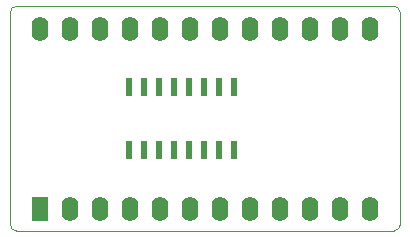
<source format=gts>
G04 #@! TF.FileFunction,Soldermask,Top*
%FSLAX46Y46*%
G04 Gerber Fmt 4.6, Leading zero omitted, Abs format (unit mm)*
G04 Created by KiCad (PCBNEW (2015-07-01 BZR 5850)-product) date Wed Jul 29 18:19:28 2015*
%MOMM*%
G01*
G04 APERTURE LIST*
%ADD10C,0.101600*%
%ADD11C,0.100000*%
%ADD12R,0.600000X1.500000*%
%ADD13R,1.400000X2.100000*%
%ADD14O,1.400000X2.100000*%
G04 APERTURE END LIST*
D10*
D11*
X24500000Y-36000000D02*
G75*
G03X25000000Y-36500000I500000J0D01*
G01*
X57000000Y-36500000D02*
G75*
G03X57500000Y-36000000I0J500000D01*
G01*
X57500000Y-18000000D02*
G75*
G03X57000000Y-17500000I-500000J0D01*
G01*
X25000000Y-17500000D02*
G75*
G03X24500000Y-18000000I0J-500000D01*
G01*
X24500000Y-36000000D02*
X24500000Y-27000000D01*
X57000000Y-36500000D02*
X25000000Y-36500000D01*
X57500000Y-18000000D02*
X57500000Y-36000000D01*
X25000000Y-17500000D02*
X57000000Y-17500000D01*
X24500000Y-27000000D02*
X24500000Y-18000000D01*
D12*
X34555000Y-29700000D03*
X35825000Y-29700000D03*
X37095000Y-29700000D03*
X38365000Y-29700000D03*
X39635000Y-29700000D03*
X40905000Y-29700000D03*
X42175000Y-29700000D03*
X43445000Y-29700000D03*
X43445000Y-24300000D03*
X42175000Y-24300000D03*
X40905000Y-24300000D03*
X39635000Y-24300000D03*
X38365000Y-24300000D03*
X37095000Y-24300000D03*
X35825000Y-24300000D03*
X34555000Y-24300000D03*
D13*
X27030000Y-34620000D03*
D14*
X29570000Y-34620000D03*
X32110000Y-34620000D03*
X34650000Y-34620000D03*
X37190000Y-34620000D03*
X39730000Y-34620000D03*
X42270000Y-34620000D03*
X44810000Y-34620000D03*
X47350000Y-34620000D03*
X49890000Y-34620000D03*
X52430000Y-34620000D03*
X54970000Y-34620000D03*
X54970000Y-19380000D03*
X52430000Y-19380000D03*
X49890000Y-19380000D03*
X47350000Y-19380000D03*
X44810000Y-19380000D03*
X42270000Y-19380000D03*
X39730000Y-19380000D03*
X37190000Y-19380000D03*
X34650000Y-19380000D03*
X32110000Y-19380000D03*
X29570000Y-19380000D03*
X27030000Y-19380000D03*
M02*

</source>
